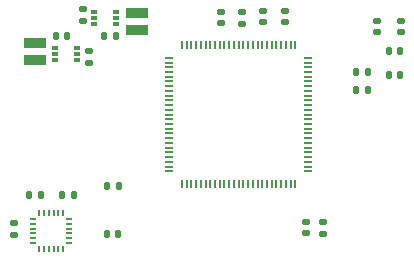
<source format=gtp>
G04 #@! TF.GenerationSoftware,KiCad,Pcbnew,(6.0.7)*
G04 #@! TF.CreationDate,2022-09-08T16:43:51-07:00*
G04 #@! TF.ProjectId,scum3c-devboard,7363756d-3363-42d6-9465-76626f617264,rev?*
G04 #@! TF.SameCoordinates,Original*
G04 #@! TF.FileFunction,Paste,Top*
G04 #@! TF.FilePolarity,Positive*
%FSLAX46Y46*%
G04 Gerber Fmt 4.6, Leading zero omitted, Abs format (unit mm)*
G04 Created by KiCad (PCBNEW (6.0.7)) date 2022-09-08 16:43:51*
%MOMM*%
%LPD*%
G01*
G04 APERTURE LIST*
G04 Aperture macros list*
%AMRoundRect*
0 Rectangle with rounded corners*
0 $1 Rounding radius*
0 $2 $3 $4 $5 $6 $7 $8 $9 X,Y pos of 4 corners*
0 Add a 4 corners polygon primitive as box body*
4,1,4,$2,$3,$4,$5,$6,$7,$8,$9,$2,$3,0*
0 Add four circle primitives for the rounded corners*
1,1,$1+$1,$2,$3*
1,1,$1+$1,$4,$5*
1,1,$1+$1,$6,$7*
1,1,$1+$1,$8,$9*
0 Add four rect primitives between the rounded corners*
20,1,$1+$1,$2,$3,$4,$5,0*
20,1,$1+$1,$4,$5,$6,$7,0*
20,1,$1+$1,$6,$7,$8,$9,0*
20,1,$1+$1,$8,$9,$2,$3,0*%
G04 Aperture macros list end*
%ADD10O,0.800000X0.200000*%
%ADD11O,0.200000X0.800000*%
%ADD12RoundRect,0.147500X0.147500X0.172500X-0.147500X0.172500X-0.147500X-0.172500X0.147500X-0.172500X0*%
%ADD13RoundRect,0.147500X-0.172500X0.147500X-0.172500X-0.147500X0.172500X-0.147500X0.172500X0.147500X0*%
%ADD14RoundRect,0.147500X0.172500X-0.147500X0.172500X0.147500X-0.172500X0.147500X-0.172500X-0.147500X0*%
%ADD15RoundRect,0.147500X-0.147500X-0.172500X0.147500X-0.172500X0.147500X0.172500X-0.147500X0.172500X0*%
%ADD16RoundRect,0.050000X0.225000X0.050000X-0.225000X0.050000X-0.225000X-0.050000X0.225000X-0.050000X0*%
%ADD17RoundRect,0.050000X-0.050000X0.225000X-0.050000X-0.225000X0.050000X-0.225000X0.050000X0.225000X0*%
%ADD18R,1.900000X0.850000*%
%ADD19R,0.500000X0.300000*%
G04 APERTURE END LIST*
D10*
G04 #@! TO.C,U1*
X90620000Y-63838000D03*
X90620000Y-64238000D03*
X90620000Y-64638000D03*
X90620000Y-65038000D03*
X90620000Y-65438000D03*
X90620000Y-65838000D03*
X90620000Y-66238000D03*
X90620000Y-66638000D03*
X90620000Y-67038000D03*
X90620000Y-67438000D03*
X90620000Y-67838000D03*
X90620000Y-68238000D03*
X90620000Y-68638000D03*
X90620000Y-69038000D03*
X90620000Y-69438000D03*
X90620000Y-69838000D03*
X90620000Y-70238000D03*
X90620000Y-70638000D03*
X90620000Y-71038000D03*
X90620000Y-71438000D03*
X90620000Y-71838000D03*
X90620000Y-72238000D03*
X90620000Y-72638000D03*
X90620000Y-73038000D03*
X90620000Y-73438000D03*
D11*
X91720000Y-74538000D03*
X92120000Y-74538000D03*
X92520000Y-74538000D03*
X92920000Y-74538000D03*
X93320000Y-74538000D03*
X93720000Y-74538000D03*
X94120000Y-74538000D03*
X94520000Y-74538000D03*
X94920000Y-74538000D03*
X95320000Y-74538000D03*
X95720000Y-74538000D03*
X96120000Y-74538000D03*
X96520000Y-74538000D03*
X96920000Y-74538000D03*
X97320000Y-74538000D03*
X97720000Y-74538000D03*
X98120000Y-74538000D03*
X98520000Y-74538000D03*
X98920000Y-74538000D03*
X99320000Y-74538000D03*
X99720000Y-74538000D03*
X100120000Y-74538000D03*
X100520000Y-74538000D03*
X100920000Y-74538000D03*
X101320000Y-74538000D03*
D10*
X102420000Y-73438000D03*
X102420000Y-73038000D03*
X102420000Y-72638000D03*
X102420000Y-72238000D03*
X102420000Y-71838000D03*
X102420000Y-71438000D03*
X102420000Y-71038000D03*
X102420000Y-70638000D03*
X102420000Y-70238000D03*
X102420000Y-69838000D03*
X102420000Y-69438000D03*
X102420000Y-69038000D03*
X102420000Y-68638000D03*
X102420000Y-68238000D03*
X102420000Y-67838000D03*
X102420000Y-67438000D03*
X102420000Y-67038000D03*
X102420000Y-66638000D03*
X102420000Y-66238000D03*
X102420000Y-65838000D03*
X102420000Y-65438000D03*
X102420000Y-65038000D03*
X102420000Y-64638000D03*
X102420000Y-64238000D03*
X102420000Y-63838000D03*
D11*
X101320000Y-62738000D03*
X100920000Y-62738000D03*
X100520000Y-62738000D03*
X100120000Y-62738000D03*
X99720000Y-62738000D03*
X99320000Y-62738000D03*
X98920000Y-62738000D03*
X98520000Y-62738000D03*
X98120000Y-62738000D03*
X97720000Y-62738000D03*
X97320000Y-62738000D03*
X96920000Y-62738000D03*
X96520000Y-62738000D03*
X96120000Y-62738000D03*
X95720000Y-62738000D03*
X95320000Y-62738000D03*
X94920000Y-62738000D03*
X94520000Y-62738000D03*
X94120000Y-62738000D03*
X93720000Y-62738000D03*
X93320000Y-62738000D03*
X92920000Y-62738000D03*
X92520000Y-62738000D03*
X92120000Y-62738000D03*
X91720000Y-62738000D03*
G04 #@! TD*
D12*
G04 #@! TO.C,C5*
X86360000Y-74676000D03*
X85390000Y-74676000D03*
G04 #@! TD*
D13*
G04 #@! TO.C,C8*
X102235000Y-77724000D03*
X102235000Y-78694000D03*
G04 #@! TD*
D12*
G04 #@! TO.C,C11*
X107442000Y-66548000D03*
X106472000Y-66548000D03*
G04 #@! TD*
D14*
G04 #@! TO.C,C12*
X98552000Y-60833000D03*
X98552000Y-59863000D03*
G04 #@! TD*
G04 #@! TO.C,C13*
X100457000Y-60833000D03*
X100457000Y-59863000D03*
G04 #@! TD*
D15*
G04 #@! TO.C,R1*
X106472000Y-65024000D03*
X107442000Y-65024000D03*
G04 #@! TD*
G04 #@! TO.C,C1*
X81580000Y-75438000D03*
X82550000Y-75438000D03*
G04 #@! TD*
D16*
G04 #@! TO.C,U9AB1*
X82145000Y-79486000D03*
X82145000Y-79086000D03*
X82145000Y-78686000D03*
X82145000Y-78286000D03*
X82145000Y-77886000D03*
X82145000Y-77486000D03*
D17*
X81645000Y-76986000D03*
X81245000Y-76986000D03*
X80845000Y-76986000D03*
X80445000Y-76986000D03*
X80045000Y-76986000D03*
X79645000Y-76986000D03*
D16*
X79145000Y-77486000D03*
X79145000Y-77886000D03*
X79145000Y-78286000D03*
X79145000Y-78686000D03*
X79145000Y-79086000D03*
X79145000Y-79486000D03*
D17*
X79645000Y-79986000D03*
X80045000Y-79986000D03*
X80445000Y-79986000D03*
X80845000Y-79986000D03*
X81245000Y-79986000D03*
X81645000Y-79986000D03*
G04 #@! TD*
D12*
G04 #@! TO.C,C3*
X79756000Y-75438000D03*
X78786000Y-75438000D03*
G04 #@! TD*
D13*
G04 #@! TO.C,C2*
X77470000Y-77851000D03*
X77470000Y-78821000D03*
G04 #@! TD*
D12*
G04 #@! TO.C,R2*
X110190000Y-63246000D03*
X109220000Y-63246000D03*
G04 #@! TD*
D15*
G04 #@! TO.C,R3*
X109220000Y-65278000D03*
X110190000Y-65278000D03*
G04 #@! TD*
D13*
G04 #@! TO.C,C7*
X108204000Y-60706000D03*
X108204000Y-61676000D03*
G04 #@! TD*
G04 #@! TO.C,C6*
X110236000Y-60706000D03*
X110236000Y-61676000D03*
G04 #@! TD*
D12*
G04 #@! TO.C,C4*
X86337000Y-78740000D03*
X85367000Y-78740000D03*
G04 #@! TD*
D13*
G04 #@! TO.C,C9*
X103632000Y-77770000D03*
X103632000Y-78740000D03*
G04 #@! TD*
G04 #@! TO.C,R4*
X96774000Y-59990000D03*
X96774000Y-60960000D03*
G04 #@! TD*
D14*
G04 #@! TO.C,C10*
X94996000Y-60914000D03*
X94996000Y-59944000D03*
G04 #@! TD*
D12*
G04 #@! TO.C,C_1.8_OUT1*
X81996000Y-61976000D03*
X81026000Y-61976000D03*
G04 #@! TD*
D18*
G04 #@! TO.C,L1*
X79248000Y-62558000D03*
X79248000Y-64008000D03*
G04 #@! TD*
D13*
G04 #@! TO.C,C_1.8_IN1*
X83820000Y-63292000D03*
X83820000Y-64262000D03*
G04 #@! TD*
D19*
G04 #@! TO.C,U3*
X86106000Y-60960000D03*
X86106000Y-60460000D03*
X86106000Y-59960000D03*
X84306000Y-59960000D03*
X84306000Y-60460000D03*
X84306000Y-60960000D03*
G04 #@! TD*
D14*
G04 #@! TO.C,C_1.1_IN1*
X83312000Y-60706000D03*
X83312000Y-59736000D03*
G04 #@! TD*
D18*
G04 #@! TO.C,L2*
X87884000Y-61468000D03*
X87884000Y-60018000D03*
G04 #@! TD*
D15*
G04 #@! TO.C,C_1.1_OUT1*
X85136000Y-61976000D03*
X86106000Y-61976000D03*
G04 #@! TD*
D19*
G04 #@! TO.C,U2*
X81004000Y-63008000D03*
X81004000Y-63508000D03*
X81004000Y-64008000D03*
X82804000Y-64008000D03*
X82804000Y-63508000D03*
X82804000Y-63008000D03*
G04 #@! TD*
M02*

</source>
